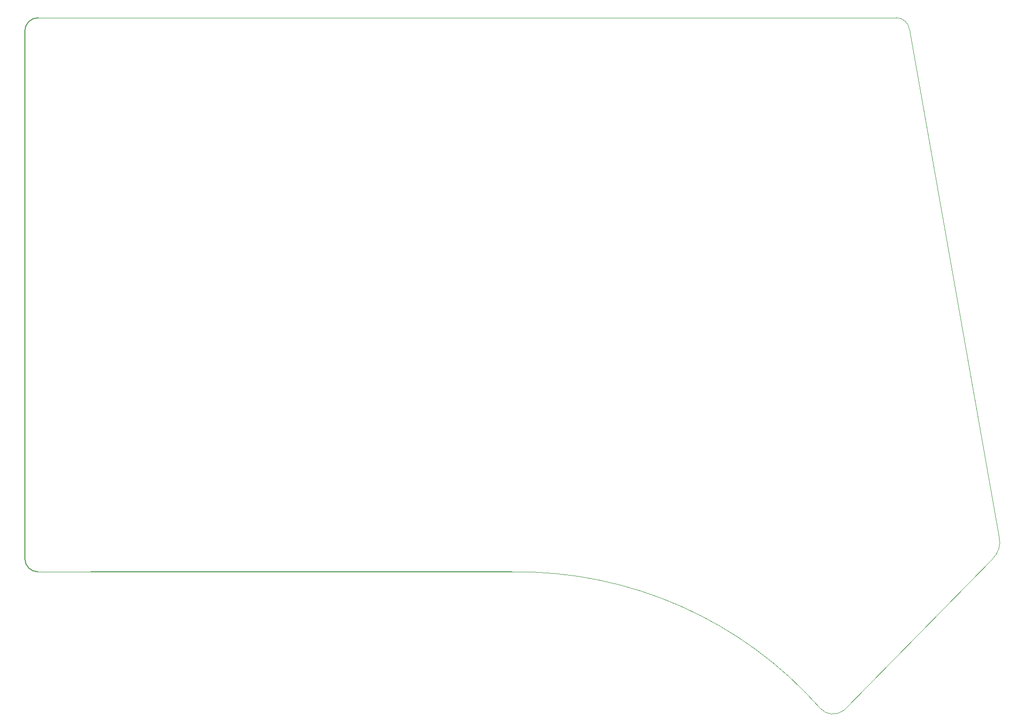
<source format=gbr>
G04 #@! TF.GenerationSoftware,KiCad,Pcbnew,(6.0.8)*
G04 #@! TF.CreationDate,2023-03-04T03:21:24+09:00*
G04 #@! TF.ProjectId,ma8ic_split_69_right_bottom_plate,6d613869-635f-4737-906c-69745f36395f,0.1*
G04 #@! TF.SameCoordinates,Original*
G04 #@! TF.FileFunction,Profile,NP*
%FSLAX46Y46*%
G04 Gerber Fmt 4.6, Leading zero omitted, Abs format (unit mm)*
G04 Created by KiCad (PCBNEW (6.0.8)) date 2023-03-04 03:21:24*
%MOMM*%
%LPD*%
G01*
G04 APERTURE LIST*
G04 #@! TA.AperFunction,Profile*
%ADD10C,0.100000*%
G04 #@! TD*
G04 #@! TA.AperFunction,Profile*
%ADD11C,0.150000*%
G04 #@! TD*
G04 APERTURE END LIST*
D10*
X216693700Y-35718715D02*
X214696200Y-35718822D01*
X202984483Y-160379061D02*
G75*
G03*
X147399325Y-135731215I-54528413J-47970009D01*
G01*
X219063132Y-37863022D02*
X235267450Y-129539965D01*
X71437500Y-135731215D02*
X61912573Y-135731315D01*
D11*
X61912523Y-35718773D02*
G75*
G03*
X59531273Y-38100100I-23J-2381227D01*
G01*
D10*
X219063065Y-37863029D02*
G75*
G03*
X216693700Y-35718715I-2369465J-236971D01*
G01*
X234076823Y-133349963D02*
G75*
G03*
X235267450Y-129539965I-2887123J2993263D01*
G01*
D11*
X71437500Y-135731215D02*
X147399325Y-135731215D01*
D10*
X207168700Y-160734340D02*
X234076825Y-133349965D01*
X205356200Y-35718822D02*
X71437450Y-35718700D01*
X205356200Y-35718822D02*
X214696200Y-35718822D01*
X61912523Y-35718800D02*
X71437450Y-35718700D01*
X202984477Y-160379066D02*
G75*
G03*
X207168699Y-160734339I2279223J2026066D01*
G01*
D11*
X59531285Y-133350065D02*
G75*
G03*
X61912573Y-135731315I2381315J65D01*
G01*
X59531358Y-133350065D02*
X59531273Y-38100100D01*
M02*

</source>
